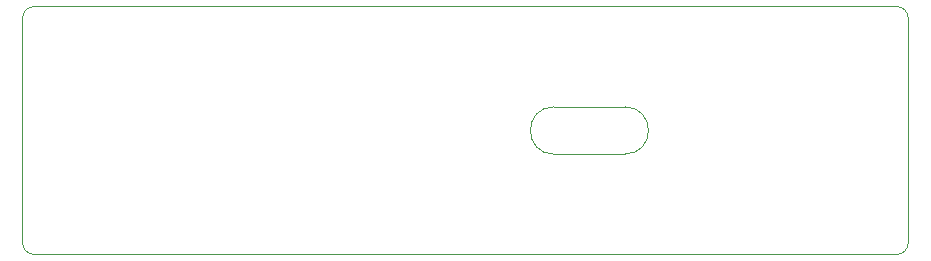
<source format=gm1>
G04 #@! TF.GenerationSoftware,KiCad,Pcbnew,(5.1.2)-1*
G04 #@! TF.CreationDate,2021-01-11T20:38:23+09:00*
G04 #@! TF.ProjectId,es_back,65735f62-6163-46b2-9e6b-696361645f70,v1.2*
G04 #@! TF.SameCoordinates,Original*
G04 #@! TF.FileFunction,Profile,NP*
%FSLAX46Y46*%
G04 Gerber Fmt 4.6, Leading zero omitted, Abs format (unit mm)*
G04 Created by KiCad (PCBNEW (5.1.2)-1) date 2021-01-11 20:38:23*
%MOMM*%
%LPD*%
G04 APERTURE LIST*
%ADD10C,0.050000*%
G04 APERTURE END LIST*
D10*
X180000000Y-88500000D02*
X186000000Y-88500000D01*
X180000000Y-84500000D02*
X186000000Y-84500000D01*
X186000000Y-84500000D02*
G75*
G02X186000000Y-88500000I0J-2000000D01*
G01*
X180000000Y-88500000D02*
G75*
G02X180000000Y-84500000I0J2000000D01*
G01*
X209000000Y-76000000D02*
X136000000Y-76000000D01*
X209000000Y-97000000D02*
X136000000Y-97000000D01*
X209000000Y-76000000D02*
G75*
G02X210000000Y-77000000I0J-1000000D01*
G01*
X210000000Y-96000000D02*
G75*
G02X209000000Y-97000000I-1000000J0D01*
G01*
X136000000Y-97000000D02*
G75*
G02X135000000Y-96000000I0J1000000D01*
G01*
X135000000Y-77000000D02*
G75*
G02X136000000Y-76000000I1000000J0D01*
G01*
X210000000Y-77000000D02*
X210000000Y-96000000D01*
X135000000Y-77000000D02*
X135000000Y-96000000D01*
M02*

</source>
